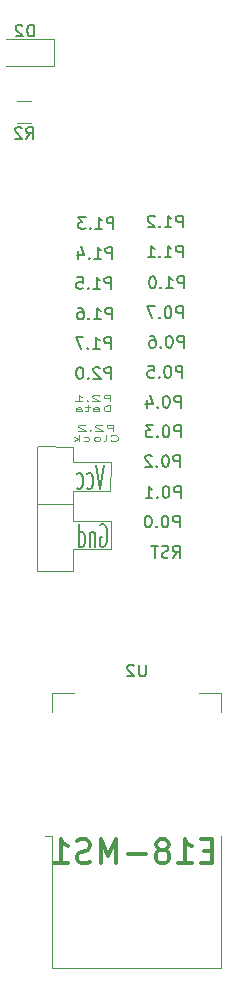
<source format=gbr>
G04 #@! TF.GenerationSoftware,KiCad,Pcbnew,(5.1.5)-3*
G04 #@! TF.CreationDate,2020-03-11T07:33:21-05:00*
G04 #@! TF.ProjectId,BreadboardBreakout,42726561-6462-46f6-9172-64427265616b,rev?*
G04 #@! TF.SameCoordinates,Original*
G04 #@! TF.FileFunction,Legend,Bot*
G04 #@! TF.FilePolarity,Positive*
%FSLAX46Y46*%
G04 Gerber Fmt 4.6, Leading zero omitted, Abs format (unit mm)*
G04 Created by KiCad (PCBNEW (5.1.5)-3) date 2020-03-11 07:33:21*
%MOMM*%
%LPD*%
G04 APERTURE LIST*
%ADD10C,0.300000*%
%ADD11C,0.120000*%
%ADD12C,0.150000*%
%ADD13C,0.125000*%
G04 APERTURE END LIST*
D10*
X7050847Y-30337142D02*
X6384180Y-30337142D01*
X6098466Y-31384761D02*
X7050847Y-31384761D01*
X7050847Y-29384761D01*
X6098466Y-29384761D01*
X4193704Y-31384761D02*
X5336561Y-31384761D01*
X4765133Y-31384761D02*
X4765133Y-29384761D01*
X4955609Y-29670476D01*
X5146085Y-29860952D01*
X5336561Y-29956190D01*
X3050847Y-30241904D02*
X3241323Y-30146666D01*
X3336561Y-30051428D01*
X3431800Y-29860952D01*
X3431800Y-29765714D01*
X3336561Y-29575238D01*
X3241323Y-29480000D01*
X3050847Y-29384761D01*
X2669895Y-29384761D01*
X2479419Y-29480000D01*
X2384180Y-29575238D01*
X2288942Y-29765714D01*
X2288942Y-29860952D01*
X2384180Y-30051428D01*
X2479419Y-30146666D01*
X2669895Y-30241904D01*
X3050847Y-30241904D01*
X3241323Y-30337142D01*
X3336561Y-30432380D01*
X3431800Y-30622857D01*
X3431800Y-31003809D01*
X3336561Y-31194285D01*
X3241323Y-31289523D01*
X3050847Y-31384761D01*
X2669895Y-31384761D01*
X2479419Y-31289523D01*
X2384180Y-31194285D01*
X2288942Y-31003809D01*
X2288942Y-30622857D01*
X2384180Y-30432380D01*
X2479419Y-30337142D01*
X2669895Y-30241904D01*
X1431799Y-30622857D02*
X-92009Y-30622857D01*
X-1044390Y-31384761D02*
X-1044390Y-29384761D01*
X-1711057Y-30813333D01*
X-2377723Y-29384761D01*
X-2377723Y-31384761D01*
X-3234866Y-31289523D02*
X-3520580Y-31384761D01*
X-3996771Y-31384761D01*
X-4187247Y-31289523D01*
X-4282485Y-31194285D01*
X-4377723Y-31003809D01*
X-4377723Y-30813333D01*
X-4282485Y-30622857D01*
X-4187247Y-30527619D01*
X-3996771Y-30432380D01*
X-3615819Y-30337142D01*
X-3425342Y-30241904D01*
X-3330104Y-30146666D01*
X-3234866Y-29956190D01*
X-3234866Y-29765714D01*
X-3330104Y-29575238D01*
X-3425342Y-29480000D01*
X-3615819Y-29384761D01*
X-4092009Y-29384761D01*
X-4377723Y-29480000D01*
X-6282485Y-31384761D02*
X-5139628Y-31384761D01*
X-5711057Y-31384761D02*
X-5711057Y-29384761D01*
X-5520580Y-29670476D01*
X-5330104Y-29860952D01*
X-5139628Y-29956190D01*
D11*
X-7772400Y-6680200D02*
X-7772400Y-990600D01*
X-4673600Y-6654800D02*
X-7747000Y-6654800D01*
X-4699000Y-4902200D02*
X-4699000Y-6604000D01*
X-1524000Y-4826000D02*
X-4699000Y-4826000D01*
X-1524000Y-2387600D02*
X-1524000Y-4826000D01*
X-4648200Y-2387600D02*
X-1524000Y-2387600D01*
X-4673600Y-1016000D02*
X-4673600Y-2438400D01*
X-7747000Y-1016000D02*
X-7747000Y3810000D01*
X-4673600Y-990600D02*
X-7747000Y-1016000D01*
X-4673600Y50800D02*
X-4673600Y-1117600D01*
X-1574800Y76200D02*
X-4673600Y76200D01*
X-1524000Y2590800D02*
X-1574800Y76200D01*
X-4699000Y2590800D02*
X-1524000Y2590800D01*
X-4673600Y3835400D02*
X-4673600Y2590800D01*
X-7696200Y3911600D02*
X-4673600Y3835400D01*
D12*
X-2379742Y-2759200D02*
X-2284504Y-2663961D01*
X-2141647Y-2663961D01*
X-1998790Y-2759200D01*
X-1903552Y-2949676D01*
X-1855933Y-3140152D01*
X-1808314Y-3521104D01*
X-1808314Y-3806819D01*
X-1855933Y-4187771D01*
X-1903552Y-4378247D01*
X-1998790Y-4568723D01*
X-2141647Y-4663961D01*
X-2236885Y-4663961D01*
X-2379742Y-4568723D01*
X-2427361Y-4473485D01*
X-2427361Y-3806819D01*
X-2236885Y-3806819D01*
X-2855933Y-3330628D02*
X-2855933Y-4663961D01*
X-2855933Y-3521104D02*
X-2903552Y-3425866D01*
X-2998790Y-3330628D01*
X-3141647Y-3330628D01*
X-3236885Y-3425866D01*
X-3284504Y-3616342D01*
X-3284504Y-4663961D01*
X-4189266Y-4663961D02*
X-4189266Y-2663961D01*
X-4189266Y-4568723D02*
X-4094028Y-4663961D01*
X-3903552Y-4663961D01*
X-3808314Y-4568723D01*
X-3760695Y-4473485D01*
X-3713076Y-4283009D01*
X-3713076Y-3711580D01*
X-3760695Y-3521104D01*
X-3808314Y-3425866D01*
X-3903552Y-3330628D01*
X-4094028Y-3330628D01*
X-4189266Y-3425866D01*
X-2086123Y2289038D02*
X-2419457Y289038D01*
X-2752790Y2289038D01*
X-3514695Y384276D02*
X-3419457Y289038D01*
X-3228980Y289038D01*
X-3133742Y384276D01*
X-3086123Y479514D01*
X-3038504Y669990D01*
X-3038504Y1241419D01*
X-3086123Y1431895D01*
X-3133742Y1527133D01*
X-3228980Y1622371D01*
X-3419457Y1622371D01*
X-3514695Y1527133D01*
X-4371838Y384276D02*
X-4276600Y289038D01*
X-4086123Y289038D01*
X-3990885Y384276D01*
X-3943266Y479514D01*
X-3895647Y669990D01*
X-3895647Y1241419D01*
X-3943266Y1431895D01*
X-3990885Y1527133D01*
X-4086123Y1622371D01*
X-4276600Y1622371D01*
X-4371838Y1527133D01*
D13*
X-1290819Y5215109D02*
X-1290819Y5715109D01*
X-1671771Y5715109D01*
X-1767009Y5691300D01*
X-1814628Y5667490D01*
X-1862247Y5619871D01*
X-1862247Y5548442D01*
X-1814628Y5500823D01*
X-1767009Y5477014D01*
X-1671771Y5453204D01*
X-1290819Y5453204D01*
X-2243200Y5667490D02*
X-2290819Y5691300D01*
X-2386057Y5715109D01*
X-2624152Y5715109D01*
X-2719390Y5691300D01*
X-2767009Y5667490D01*
X-2814628Y5619871D01*
X-2814628Y5572252D01*
X-2767009Y5500823D01*
X-2195580Y5215109D01*
X-2814628Y5215109D01*
X-3243200Y5262728D02*
X-3290819Y5238919D01*
X-3243200Y5215109D01*
X-3195580Y5238919D01*
X-3243200Y5262728D01*
X-3243200Y5215109D01*
X-3671771Y5667490D02*
X-3719390Y5691300D01*
X-3814628Y5715109D01*
X-4052723Y5715109D01*
X-4147961Y5691300D01*
X-4195580Y5667490D01*
X-4243200Y5619871D01*
X-4243200Y5572252D01*
X-4195580Y5500823D01*
X-3624152Y5215109D01*
X-4243200Y5215109D01*
X-1505104Y4387728D02*
X-1457485Y4363919D01*
X-1314628Y4340109D01*
X-1219390Y4340109D01*
X-1076533Y4363919D01*
X-981295Y4411538D01*
X-933676Y4459157D01*
X-886057Y4554395D01*
X-886057Y4625823D01*
X-933676Y4721061D01*
X-981295Y4768680D01*
X-1076533Y4816300D01*
X-1219390Y4840109D01*
X-1314628Y4840109D01*
X-1457485Y4816300D01*
X-1505104Y4792490D01*
X-2076533Y4340109D02*
X-1981295Y4363919D01*
X-1933676Y4411538D01*
X-1933676Y4840109D01*
X-2600342Y4340109D02*
X-2505104Y4363919D01*
X-2457485Y4387728D01*
X-2409866Y4435347D01*
X-2409866Y4578204D01*
X-2457485Y4625823D01*
X-2505104Y4649633D01*
X-2600342Y4673442D01*
X-2743200Y4673442D01*
X-2838438Y4649633D01*
X-2886057Y4625823D01*
X-2933676Y4578204D01*
X-2933676Y4435347D01*
X-2886057Y4387728D01*
X-2838438Y4363919D01*
X-2743200Y4340109D01*
X-2600342Y4340109D01*
X-3790819Y4363919D02*
X-3695580Y4340109D01*
X-3505104Y4340109D01*
X-3409866Y4363919D01*
X-3362247Y4387728D01*
X-3314628Y4435347D01*
X-3314628Y4578204D01*
X-3362247Y4625823D01*
X-3409866Y4649633D01*
X-3505104Y4673442D01*
X-3695580Y4673442D01*
X-3790819Y4649633D01*
X-4219390Y4340109D02*
X-4219390Y4840109D01*
X-4314628Y4530585D02*
X-4600342Y4340109D01*
X-4600342Y4673442D02*
X-4219390Y4482966D01*
X-1544819Y7729709D02*
X-1544819Y8229709D01*
X-1925771Y8229709D01*
X-2021009Y8205900D01*
X-2068628Y8182090D01*
X-2116247Y8134471D01*
X-2116247Y8063042D01*
X-2068628Y8015423D01*
X-2021009Y7991614D01*
X-1925771Y7967804D01*
X-1544819Y7967804D01*
X-2497200Y8182090D02*
X-2544819Y8205900D01*
X-2640057Y8229709D01*
X-2878152Y8229709D01*
X-2973390Y8205900D01*
X-3021009Y8182090D01*
X-3068628Y8134471D01*
X-3068628Y8086852D01*
X-3021009Y8015423D01*
X-2449580Y7729709D01*
X-3068628Y7729709D01*
X-3497200Y7777328D02*
X-3544819Y7753519D01*
X-3497200Y7729709D01*
X-3449580Y7753519D01*
X-3497200Y7777328D01*
X-3497200Y7729709D01*
X-4497200Y7729709D02*
X-3925771Y7729709D01*
X-4211485Y7729709D02*
X-4211485Y8229709D01*
X-4116247Y8158280D01*
X-4021009Y8110661D01*
X-3925771Y8086852D01*
X-1544819Y6854709D02*
X-1544819Y7354709D01*
X-1782914Y7354709D01*
X-1925771Y7330900D01*
X-2021009Y7283280D01*
X-2068628Y7235661D01*
X-2116247Y7140423D01*
X-2116247Y7068995D01*
X-2068628Y6973757D01*
X-2021009Y6926138D01*
X-1925771Y6878519D01*
X-1782914Y6854709D01*
X-1544819Y6854709D01*
X-2973390Y6854709D02*
X-2973390Y7116614D01*
X-2925771Y7164233D01*
X-2830533Y7188042D01*
X-2640057Y7188042D01*
X-2544819Y7164233D01*
X-2973390Y6878519D02*
X-2878152Y6854709D01*
X-2640057Y6854709D01*
X-2544819Y6878519D01*
X-2497199Y6926138D01*
X-2497199Y6973757D01*
X-2544819Y7021376D01*
X-2640057Y7045185D01*
X-2878152Y7045185D01*
X-2973390Y7068995D01*
X-3306723Y7188042D02*
X-3687676Y7188042D01*
X-3449580Y7354709D02*
X-3449580Y6926138D01*
X-3497199Y6878519D01*
X-3592438Y6854709D01*
X-3687676Y6854709D01*
X-4449580Y6854709D02*
X-4449580Y7116614D01*
X-4401961Y7164233D01*
X-4306723Y7188042D01*
X-4116247Y7188042D01*
X-4021009Y7164233D01*
X-4449580Y6878519D02*
X-4354342Y6854709D01*
X-4116247Y6854709D01*
X-4021009Y6878519D01*
X-3973390Y6926138D01*
X-3973390Y6973757D01*
X-4021009Y7021376D01*
X-4116247Y7045185D01*
X-4354342Y7045185D01*
X-4449580Y7068995D01*
D12*
X3748019Y-5532380D02*
X4081352Y-5056190D01*
X4319447Y-5532380D02*
X4319447Y-4532380D01*
X3938495Y-4532380D01*
X3843257Y-4580000D01*
X3795638Y-4627619D01*
X3748019Y-4722857D01*
X3748019Y-4865714D01*
X3795638Y-4960952D01*
X3843257Y-5008571D01*
X3938495Y-5056190D01*
X4319447Y-5056190D01*
X3367066Y-5484761D02*
X3224209Y-5532380D01*
X2986114Y-5532380D01*
X2890876Y-5484761D01*
X2843257Y-5437142D01*
X2795638Y-5341904D01*
X2795638Y-5246666D01*
X2843257Y-5151428D01*
X2890876Y-5103809D01*
X2986114Y-5056190D01*
X3176590Y-5008571D01*
X3271828Y-4960952D01*
X3319447Y-4913333D01*
X3367066Y-4818095D01*
X3367066Y-4722857D01*
X3319447Y-4627619D01*
X3271828Y-4580000D01*
X3176590Y-4532380D01*
X2938495Y-4532380D01*
X2795638Y-4580000D01*
X2509923Y-4532380D02*
X1938495Y-4532380D01*
X2224209Y-5532380D02*
X2224209Y-4532380D01*
X4322580Y-2966980D02*
X4322580Y-1966980D01*
X3941628Y-1966980D01*
X3846390Y-2014600D01*
X3798771Y-2062219D01*
X3751152Y-2157457D01*
X3751152Y-2300314D01*
X3798771Y-2395552D01*
X3846390Y-2443171D01*
X3941628Y-2490790D01*
X4322580Y-2490790D01*
X3132104Y-1966980D02*
X3036866Y-1966980D01*
X2941628Y-2014600D01*
X2894009Y-2062219D01*
X2846390Y-2157457D01*
X2798771Y-2347933D01*
X2798771Y-2586028D01*
X2846390Y-2776504D01*
X2894009Y-2871742D01*
X2941628Y-2919361D01*
X3036866Y-2966980D01*
X3132104Y-2966980D01*
X3227342Y-2919361D01*
X3274961Y-2871742D01*
X3322580Y-2776504D01*
X3370200Y-2586028D01*
X3370200Y-2347933D01*
X3322580Y-2157457D01*
X3274961Y-2062219D01*
X3227342Y-2014600D01*
X3132104Y-1966980D01*
X2370200Y-2871742D02*
X2322580Y-2919361D01*
X2370200Y-2966980D01*
X2417819Y-2919361D01*
X2370200Y-2871742D01*
X2370200Y-2966980D01*
X1703533Y-1966980D02*
X1608295Y-1966980D01*
X1513057Y-2014600D01*
X1465438Y-2062219D01*
X1417819Y-2157457D01*
X1370199Y-2347933D01*
X1370199Y-2586028D01*
X1417819Y-2776504D01*
X1465438Y-2871742D01*
X1513057Y-2919361D01*
X1608295Y-2966980D01*
X1703533Y-2966980D01*
X1798771Y-2919361D01*
X1846390Y-2871742D01*
X1894009Y-2776504D01*
X1941628Y-2586028D01*
X1941628Y-2347933D01*
X1894009Y-2157457D01*
X1846390Y-2062219D01*
X1798771Y-2014600D01*
X1703533Y-1966980D01*
X4398780Y-477780D02*
X4398780Y522219D01*
X4017828Y522219D01*
X3922590Y474600D01*
X3874971Y426980D01*
X3827352Y331742D01*
X3827352Y188885D01*
X3874971Y93647D01*
X3922590Y46028D01*
X4017828Y-1590D01*
X4398780Y-1590D01*
X3208304Y522219D02*
X3113066Y522219D01*
X3017828Y474600D01*
X2970209Y426980D01*
X2922590Y331742D01*
X2874971Y141266D01*
X2874971Y-96828D01*
X2922590Y-287304D01*
X2970209Y-382542D01*
X3017828Y-430161D01*
X3113066Y-477780D01*
X3208304Y-477780D01*
X3303542Y-430161D01*
X3351161Y-382542D01*
X3398780Y-287304D01*
X3446400Y-96828D01*
X3446400Y141266D01*
X3398780Y331742D01*
X3351161Y426980D01*
X3303542Y474600D01*
X3208304Y522219D01*
X2446400Y-382542D02*
X2398780Y-430161D01*
X2446400Y-477780D01*
X2494019Y-430161D01*
X2446400Y-382542D01*
X2446400Y-477780D01*
X1446399Y-477780D02*
X2017828Y-477780D01*
X1732114Y-477780D02*
X1732114Y522219D01*
X1827352Y379361D01*
X1922590Y284123D01*
X2017828Y236504D01*
X4347980Y2163819D02*
X4347980Y3163819D01*
X3967028Y3163819D01*
X3871790Y3116200D01*
X3824171Y3068580D01*
X3776552Y2973342D01*
X3776552Y2830485D01*
X3824171Y2735247D01*
X3871790Y2687628D01*
X3967028Y2640009D01*
X4347980Y2640009D01*
X3157504Y3163819D02*
X3062266Y3163819D01*
X2967028Y3116200D01*
X2919409Y3068580D01*
X2871790Y2973342D01*
X2824171Y2782866D01*
X2824171Y2544771D01*
X2871790Y2354295D01*
X2919409Y2259057D01*
X2967028Y2211438D01*
X3062266Y2163819D01*
X3157504Y2163819D01*
X3252742Y2211438D01*
X3300361Y2259057D01*
X3347980Y2354295D01*
X3395600Y2544771D01*
X3395600Y2782866D01*
X3347980Y2973342D01*
X3300361Y3068580D01*
X3252742Y3116200D01*
X3157504Y3163819D01*
X2395600Y2259057D02*
X2347980Y2211438D01*
X2395600Y2163819D01*
X2443219Y2211438D01*
X2395600Y2259057D01*
X2395600Y2163819D01*
X1967028Y3068580D02*
X1919409Y3116200D01*
X1824171Y3163819D01*
X1586076Y3163819D01*
X1490838Y3116200D01*
X1443219Y3068580D01*
X1395599Y2973342D01*
X1395599Y2878104D01*
X1443219Y2735247D01*
X2014647Y2163819D01*
X1395599Y2163819D01*
X4398780Y4678419D02*
X4398780Y5678419D01*
X4017828Y5678419D01*
X3922590Y5630800D01*
X3874971Y5583180D01*
X3827352Y5487942D01*
X3827352Y5345085D01*
X3874971Y5249847D01*
X3922590Y5202228D01*
X4017828Y5154609D01*
X4398780Y5154609D01*
X3208304Y5678419D02*
X3113066Y5678419D01*
X3017828Y5630800D01*
X2970209Y5583180D01*
X2922590Y5487942D01*
X2874971Y5297466D01*
X2874971Y5059371D01*
X2922590Y4868895D01*
X2970209Y4773657D01*
X3017828Y4726038D01*
X3113066Y4678419D01*
X3208304Y4678419D01*
X3303542Y4726038D01*
X3351161Y4773657D01*
X3398780Y4868895D01*
X3446400Y5059371D01*
X3446400Y5297466D01*
X3398780Y5487942D01*
X3351161Y5583180D01*
X3303542Y5630800D01*
X3208304Y5678419D01*
X2446400Y4773657D02*
X2398780Y4726038D01*
X2446400Y4678419D01*
X2494019Y4726038D01*
X2446400Y4773657D01*
X2446400Y4678419D01*
X2065447Y5678419D02*
X1446399Y5678419D01*
X1779733Y5297466D01*
X1636876Y5297466D01*
X1541638Y5249847D01*
X1494019Y5202228D01*
X1446399Y5106990D01*
X1446399Y4868895D01*
X1494019Y4773657D01*
X1541638Y4726038D01*
X1636876Y4678419D01*
X1922590Y4678419D01*
X2017828Y4726038D01*
X2065447Y4773657D01*
X-1468619Y9606019D02*
X-1468619Y10606019D01*
X-1849571Y10606019D01*
X-1944809Y10558400D01*
X-1992428Y10510780D01*
X-2040047Y10415542D01*
X-2040047Y10272685D01*
X-1992428Y10177447D01*
X-1944809Y10129828D01*
X-1849571Y10082209D01*
X-1468619Y10082209D01*
X-2421000Y10510780D02*
X-2468619Y10558400D01*
X-2563857Y10606019D01*
X-2801952Y10606019D01*
X-2897190Y10558400D01*
X-2944809Y10510780D01*
X-2992428Y10415542D01*
X-2992428Y10320304D01*
X-2944809Y10177447D01*
X-2373380Y9606019D01*
X-2992428Y9606019D01*
X-3421000Y9701257D02*
X-3468619Y9653638D01*
X-3421000Y9606019D01*
X-3373380Y9653638D01*
X-3421000Y9701257D01*
X-3421000Y9606019D01*
X-4087666Y10606019D02*
X-4182904Y10606019D01*
X-4278142Y10558400D01*
X-4325761Y10510780D01*
X-4373380Y10415542D01*
X-4421000Y10225066D01*
X-4421000Y9986971D01*
X-4373380Y9796495D01*
X-4325761Y9701257D01*
X-4278142Y9653638D01*
X-4182904Y9606019D01*
X-4087666Y9606019D01*
X-3992428Y9653638D01*
X-3944809Y9701257D01*
X-3897190Y9796495D01*
X-3849571Y9986971D01*
X-3849571Y10225066D01*
X-3897190Y10415542D01*
X-3944809Y10510780D01*
X-3992428Y10558400D01*
X-4087666Y10606019D01*
X-1494019Y12146019D02*
X-1494019Y13146019D01*
X-1874971Y13146019D01*
X-1970209Y13098400D01*
X-2017828Y13050780D01*
X-2065447Y12955542D01*
X-2065447Y12812685D01*
X-2017828Y12717447D01*
X-1970209Y12669828D01*
X-1874971Y12622209D01*
X-1494019Y12622209D01*
X-3017828Y12146019D02*
X-2446400Y12146019D01*
X-2732114Y12146019D02*
X-2732114Y13146019D01*
X-2636876Y13003161D01*
X-2541638Y12907923D01*
X-2446400Y12860304D01*
X-3446400Y12241257D02*
X-3494019Y12193638D01*
X-3446400Y12146019D01*
X-3398780Y12193638D01*
X-3446400Y12241257D01*
X-3446400Y12146019D01*
X-3827352Y13146019D02*
X-4494019Y13146019D01*
X-4065447Y12146019D01*
X-1417819Y14635219D02*
X-1417819Y15635219D01*
X-1798771Y15635219D01*
X-1894009Y15587600D01*
X-1941628Y15539980D01*
X-1989247Y15444742D01*
X-1989247Y15301885D01*
X-1941628Y15206647D01*
X-1894009Y15159028D01*
X-1798771Y15111409D01*
X-1417819Y15111409D01*
X-2941628Y14635219D02*
X-2370200Y14635219D01*
X-2655914Y14635219D02*
X-2655914Y15635219D01*
X-2560676Y15492361D01*
X-2465438Y15397123D01*
X-2370200Y15349504D01*
X-3370200Y14730457D02*
X-3417819Y14682838D01*
X-3370200Y14635219D01*
X-3322580Y14682838D01*
X-3370200Y14730457D01*
X-3370200Y14635219D01*
X-4274961Y15635219D02*
X-4084485Y15635219D01*
X-3989247Y15587600D01*
X-3941628Y15539980D01*
X-3846390Y15397123D01*
X-3798771Y15206647D01*
X-3798771Y14825695D01*
X-3846390Y14730457D01*
X-3894009Y14682838D01*
X-3989247Y14635219D01*
X-4179723Y14635219D01*
X-4274961Y14682838D01*
X-4322580Y14730457D01*
X-4370200Y14825695D01*
X-4370200Y15063790D01*
X-4322580Y15159028D01*
X-4274961Y15206647D01*
X-4179723Y15254266D01*
X-3989247Y15254266D01*
X-3894009Y15206647D01*
X-3846390Y15159028D01*
X-3798771Y15063790D01*
X-1468619Y17226019D02*
X-1468619Y18226019D01*
X-1849571Y18226019D01*
X-1944809Y18178400D01*
X-1992428Y18130780D01*
X-2040047Y18035542D01*
X-2040047Y17892685D01*
X-1992428Y17797447D01*
X-1944809Y17749828D01*
X-1849571Y17702209D01*
X-1468619Y17702209D01*
X-2992428Y17226019D02*
X-2421000Y17226019D01*
X-2706714Y17226019D02*
X-2706714Y18226019D01*
X-2611476Y18083161D01*
X-2516238Y17987923D01*
X-2421000Y17940304D01*
X-3421000Y17321257D02*
X-3468619Y17273638D01*
X-3421000Y17226019D01*
X-3373380Y17273638D01*
X-3421000Y17321257D01*
X-3421000Y17226019D01*
X-4373380Y18226019D02*
X-3897190Y18226019D01*
X-3849571Y17749828D01*
X-3897190Y17797447D01*
X-3992428Y17845066D01*
X-4230523Y17845066D01*
X-4325761Y17797447D01*
X-4373380Y17749828D01*
X-4421000Y17654590D01*
X-4421000Y17416495D01*
X-4373380Y17321257D01*
X-4325761Y17273638D01*
X-4230523Y17226019D01*
X-3992428Y17226019D01*
X-3897190Y17273638D01*
X-3849571Y17321257D01*
X-1392419Y19766019D02*
X-1392419Y20766019D01*
X-1773371Y20766019D01*
X-1868609Y20718400D01*
X-1916228Y20670780D01*
X-1963847Y20575542D01*
X-1963847Y20432685D01*
X-1916228Y20337447D01*
X-1868609Y20289828D01*
X-1773371Y20242209D01*
X-1392419Y20242209D01*
X-2916228Y19766019D02*
X-2344800Y19766019D01*
X-2630514Y19766019D02*
X-2630514Y20766019D01*
X-2535276Y20623161D01*
X-2440038Y20527923D01*
X-2344800Y20480304D01*
X-3344800Y19861257D02*
X-3392419Y19813638D01*
X-3344800Y19766019D01*
X-3297180Y19813638D01*
X-3344800Y19861257D01*
X-3344800Y19766019D01*
X-4249561Y20432685D02*
X-4249561Y19766019D01*
X-4011466Y20813638D02*
X-3773371Y20099352D01*
X-4392419Y20099352D01*
X-1290819Y22306019D02*
X-1290819Y23306019D01*
X-1671771Y23306019D01*
X-1767009Y23258400D01*
X-1814628Y23210780D01*
X-1862247Y23115542D01*
X-1862247Y22972685D01*
X-1814628Y22877447D01*
X-1767009Y22829828D01*
X-1671771Y22782209D01*
X-1290819Y22782209D01*
X-2814628Y22306019D02*
X-2243200Y22306019D01*
X-2528914Y22306019D02*
X-2528914Y23306019D01*
X-2433676Y23163161D01*
X-2338438Y23067923D01*
X-2243200Y23020304D01*
X-3243200Y22401257D02*
X-3290819Y22353638D01*
X-3243200Y22306019D01*
X-3195580Y22353638D01*
X-3243200Y22401257D01*
X-3243200Y22306019D01*
X-3624152Y23306019D02*
X-4243200Y23306019D01*
X-3909866Y22925066D01*
X-4052723Y22925066D01*
X-4147961Y22877447D01*
X-4195580Y22829828D01*
X-4243200Y22734590D01*
X-4243200Y22496495D01*
X-4195580Y22401257D01*
X-4147961Y22353638D01*
X-4052723Y22306019D01*
X-3767009Y22306019D01*
X-3671771Y22353638D01*
X-3624152Y22401257D01*
X4424180Y7167619D02*
X4424180Y8167619D01*
X4043228Y8167619D01*
X3947990Y8120000D01*
X3900371Y8072380D01*
X3852752Y7977142D01*
X3852752Y7834285D01*
X3900371Y7739047D01*
X3947990Y7691428D01*
X4043228Y7643809D01*
X4424180Y7643809D01*
X3233704Y8167619D02*
X3138466Y8167619D01*
X3043228Y8120000D01*
X2995609Y8072380D01*
X2947990Y7977142D01*
X2900371Y7786666D01*
X2900371Y7548571D01*
X2947990Y7358095D01*
X2995609Y7262857D01*
X3043228Y7215238D01*
X3138466Y7167619D01*
X3233704Y7167619D01*
X3328942Y7215238D01*
X3376561Y7262857D01*
X3424180Y7358095D01*
X3471800Y7548571D01*
X3471800Y7786666D01*
X3424180Y7977142D01*
X3376561Y8072380D01*
X3328942Y8120000D01*
X3233704Y8167619D01*
X2471800Y7262857D02*
X2424180Y7215238D01*
X2471800Y7167619D01*
X2519419Y7215238D01*
X2471800Y7262857D01*
X2471800Y7167619D01*
X1567038Y7834285D02*
X1567038Y7167619D01*
X1805133Y8215238D02*
X2043228Y7500952D01*
X1424180Y7500952D01*
X4551180Y9707619D02*
X4551180Y10707619D01*
X4170228Y10707619D01*
X4074990Y10660000D01*
X4027371Y10612380D01*
X3979752Y10517142D01*
X3979752Y10374285D01*
X4027371Y10279047D01*
X4074990Y10231428D01*
X4170228Y10183809D01*
X4551180Y10183809D01*
X3360704Y10707619D02*
X3265466Y10707619D01*
X3170228Y10660000D01*
X3122609Y10612380D01*
X3074990Y10517142D01*
X3027371Y10326666D01*
X3027371Y10088571D01*
X3074990Y9898095D01*
X3122609Y9802857D01*
X3170228Y9755238D01*
X3265466Y9707619D01*
X3360704Y9707619D01*
X3455942Y9755238D01*
X3503561Y9802857D01*
X3551180Y9898095D01*
X3598800Y10088571D01*
X3598800Y10326666D01*
X3551180Y10517142D01*
X3503561Y10612380D01*
X3455942Y10660000D01*
X3360704Y10707619D01*
X2598800Y9802857D02*
X2551180Y9755238D01*
X2598800Y9707619D01*
X2646419Y9755238D01*
X2598800Y9802857D01*
X2598800Y9707619D01*
X1646419Y10707619D02*
X2122609Y10707619D01*
X2170228Y10231428D01*
X2122609Y10279047D01*
X2027371Y10326666D01*
X1789276Y10326666D01*
X1694038Y10279047D01*
X1646419Y10231428D01*
X1598799Y10136190D01*
X1598799Y9898095D01*
X1646419Y9802857D01*
X1694038Y9755238D01*
X1789276Y9707619D01*
X2027371Y9707619D01*
X2122609Y9755238D01*
X2170228Y9802857D01*
X4678180Y12247619D02*
X4678180Y13247619D01*
X4297228Y13247619D01*
X4201990Y13200000D01*
X4154371Y13152380D01*
X4106752Y13057142D01*
X4106752Y12914285D01*
X4154371Y12819047D01*
X4201990Y12771428D01*
X4297228Y12723809D01*
X4678180Y12723809D01*
X3487704Y13247619D02*
X3392466Y13247619D01*
X3297228Y13200000D01*
X3249609Y13152380D01*
X3201990Y13057142D01*
X3154371Y12866666D01*
X3154371Y12628571D01*
X3201990Y12438095D01*
X3249609Y12342857D01*
X3297228Y12295238D01*
X3392466Y12247619D01*
X3487704Y12247619D01*
X3582942Y12295238D01*
X3630561Y12342857D01*
X3678180Y12438095D01*
X3725800Y12628571D01*
X3725800Y12866666D01*
X3678180Y13057142D01*
X3630561Y13152380D01*
X3582942Y13200000D01*
X3487704Y13247619D01*
X2725800Y12342857D02*
X2678180Y12295238D01*
X2725800Y12247619D01*
X2773419Y12295238D01*
X2725800Y12342857D01*
X2725800Y12247619D01*
X1821038Y13247619D02*
X2011514Y13247619D01*
X2106752Y13200000D01*
X2154371Y13152380D01*
X2249609Y13009523D01*
X2297228Y12819047D01*
X2297228Y12438095D01*
X2249609Y12342857D01*
X2201990Y12295238D01*
X2106752Y12247619D01*
X1916276Y12247619D01*
X1821038Y12295238D01*
X1773419Y12342857D01*
X1725799Y12438095D01*
X1725799Y12676190D01*
X1773419Y12771428D01*
X1821038Y12819047D01*
X1916276Y12866666D01*
X2106752Y12866666D01*
X2201990Y12819047D01*
X2249609Y12771428D01*
X2297228Y12676190D01*
X4576580Y14736819D02*
X4576580Y15736819D01*
X4195628Y15736819D01*
X4100390Y15689200D01*
X4052771Y15641580D01*
X4005152Y15546342D01*
X4005152Y15403485D01*
X4052771Y15308247D01*
X4100390Y15260628D01*
X4195628Y15213009D01*
X4576580Y15213009D01*
X3386104Y15736819D02*
X3290866Y15736819D01*
X3195628Y15689200D01*
X3148009Y15641580D01*
X3100390Y15546342D01*
X3052771Y15355866D01*
X3052771Y15117771D01*
X3100390Y14927295D01*
X3148009Y14832057D01*
X3195628Y14784438D01*
X3290866Y14736819D01*
X3386104Y14736819D01*
X3481342Y14784438D01*
X3528961Y14832057D01*
X3576580Y14927295D01*
X3624200Y15117771D01*
X3624200Y15355866D01*
X3576580Y15546342D01*
X3528961Y15641580D01*
X3481342Y15689200D01*
X3386104Y15736819D01*
X2624200Y14832057D02*
X2576580Y14784438D01*
X2624200Y14736819D01*
X2671819Y14784438D01*
X2624200Y14832057D01*
X2624200Y14736819D01*
X2243247Y15736819D02*
X1576580Y15736819D01*
X2005152Y14736819D01*
X4678180Y17276819D02*
X4678180Y18276819D01*
X4297228Y18276819D01*
X4201990Y18229200D01*
X4154371Y18181580D01*
X4106752Y18086342D01*
X4106752Y17943485D01*
X4154371Y17848247D01*
X4201990Y17800628D01*
X4297228Y17753009D01*
X4678180Y17753009D01*
X3154371Y17276819D02*
X3725800Y17276819D01*
X3440085Y17276819D02*
X3440085Y18276819D01*
X3535323Y18133961D01*
X3630561Y18038723D01*
X3725800Y17991104D01*
X2725800Y17372057D02*
X2678180Y17324438D01*
X2725800Y17276819D01*
X2773419Y17324438D01*
X2725800Y17372057D01*
X2725800Y17276819D01*
X2059133Y18276819D02*
X1963895Y18276819D01*
X1868657Y18229200D01*
X1821038Y18181580D01*
X1773419Y18086342D01*
X1725799Y17895866D01*
X1725799Y17657771D01*
X1773419Y17467295D01*
X1821038Y17372057D01*
X1868657Y17324438D01*
X1963895Y17276819D01*
X2059133Y17276819D01*
X2154371Y17324438D01*
X2201990Y17372057D01*
X2249609Y17467295D01*
X2297228Y17657771D01*
X2297228Y17895866D01*
X2249609Y18086342D01*
X2201990Y18181580D01*
X2154371Y18229200D01*
X2059133Y18276819D01*
X4576580Y19893019D02*
X4576580Y20893019D01*
X4195628Y20893019D01*
X4100390Y20845400D01*
X4052771Y20797780D01*
X4005152Y20702542D01*
X4005152Y20559685D01*
X4052771Y20464447D01*
X4100390Y20416828D01*
X4195628Y20369209D01*
X4576580Y20369209D01*
X3052771Y19893019D02*
X3624200Y19893019D01*
X3338485Y19893019D02*
X3338485Y20893019D01*
X3433723Y20750161D01*
X3528961Y20654923D01*
X3624200Y20607304D01*
X2624200Y19988257D02*
X2576580Y19940638D01*
X2624200Y19893019D01*
X2671819Y19940638D01*
X2624200Y19988257D01*
X2624200Y19893019D01*
X1624199Y19893019D02*
X2195628Y19893019D01*
X1909914Y19893019D02*
X1909914Y20893019D01*
X2005152Y20750161D01*
X2100390Y20654923D01*
X2195628Y20607304D01*
X4576580Y22433019D02*
X4576580Y23433019D01*
X4195628Y23433019D01*
X4100390Y23385400D01*
X4052771Y23337780D01*
X4005152Y23242542D01*
X4005152Y23099685D01*
X4052771Y23004447D01*
X4100390Y22956828D01*
X4195628Y22909209D01*
X4576580Y22909209D01*
X3052771Y22433019D02*
X3624200Y22433019D01*
X3338485Y22433019D02*
X3338485Y23433019D01*
X3433723Y23290161D01*
X3528961Y23194923D01*
X3624200Y23147304D01*
X2624200Y22528257D02*
X2576580Y22480638D01*
X2624200Y22433019D01*
X2671819Y22480638D01*
X2624200Y22528257D01*
X2624200Y22433019D01*
X2195628Y23337780D02*
X2148009Y23385400D01*
X2052771Y23433019D01*
X1814676Y23433019D01*
X1719438Y23385400D01*
X1671819Y23337780D01*
X1624199Y23242542D01*
X1624199Y23147304D01*
X1671819Y23004447D01*
X2243247Y22433019D01*
X1624199Y22433019D01*
D11*
X-6484200Y-17005800D02*
X-6484200Y-18575800D01*
X-6484200Y-17005800D02*
X-4594200Y-17005800D01*
X5965800Y-17005800D02*
X7855800Y-17005800D01*
X7855800Y-17005800D02*
X7855800Y-18575800D01*
X7855800Y-29085800D02*
X7855800Y-40245800D01*
X7855800Y-40245800D02*
X-6484200Y-40245800D01*
X-6484200Y-40245800D02*
X-6484200Y-29085800D01*
X-6484200Y-29085800D02*
X-7084200Y-29085800D01*
X-10368401Y38370199D02*
X-6308401Y38370199D01*
X-6308401Y38370199D02*
X-6308401Y36100199D01*
X-6308401Y36100199D02*
X-10368401Y36100199D01*
X-9426964Y31297200D02*
X-8222836Y31297200D01*
X-9426964Y33117200D02*
X-8222836Y33117200D01*
D12*
X1447704Y-14578180D02*
X1447704Y-15387704D01*
X1400085Y-15482942D01*
X1352466Y-15530561D01*
X1257228Y-15578180D01*
X1066752Y-15578180D01*
X971514Y-15530561D01*
X923895Y-15482942D01*
X876276Y-15387704D01*
X876276Y-14578180D01*
X447704Y-14673419D02*
X400085Y-14625800D01*
X304847Y-14578180D01*
X66752Y-14578180D01*
X-28485Y-14625800D01*
X-76104Y-14673419D01*
X-123723Y-14768657D01*
X-123723Y-14863895D01*
X-76104Y-15006752D01*
X495323Y-15578180D01*
X-123723Y-15578180D01*
X-8030305Y38602818D02*
X-8030305Y39602818D01*
X-8268401Y39602818D01*
X-8411258Y39555199D01*
X-8506496Y39459960D01*
X-8554115Y39364722D01*
X-8601734Y39174246D01*
X-8601734Y39031389D01*
X-8554115Y38840913D01*
X-8506496Y38745675D01*
X-8411258Y38650437D01*
X-8268401Y38602818D01*
X-8030305Y38602818D01*
X-8982686Y39507579D02*
X-9030305Y39555199D01*
X-9125543Y39602818D01*
X-9363639Y39602818D01*
X-9458877Y39555199D01*
X-9506496Y39507579D01*
X-9554115Y39412341D01*
X-9554115Y39317103D01*
X-9506496Y39174246D01*
X-8935067Y38602818D01*
X-9554115Y38602818D01*
X-8658233Y29934819D02*
X-8324900Y30411009D01*
X-8086804Y29934819D02*
X-8086804Y30934819D01*
X-8467757Y30934819D01*
X-8562995Y30887200D01*
X-8610614Y30839580D01*
X-8658233Y30744342D01*
X-8658233Y30601485D01*
X-8610614Y30506247D01*
X-8562995Y30458628D01*
X-8467757Y30411009D01*
X-8086804Y30411009D01*
X-9039185Y30839580D02*
X-9086804Y30887200D01*
X-9182042Y30934819D01*
X-9420138Y30934819D01*
X-9515376Y30887200D01*
X-9562995Y30839580D01*
X-9610614Y30744342D01*
X-9610614Y30649104D01*
X-9562995Y30506247D01*
X-8991566Y29934819D01*
X-9610614Y29934819D01*
M02*

</source>
